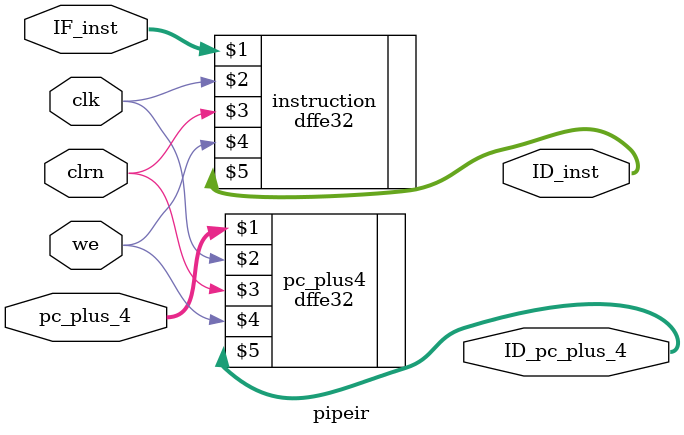
<source format=v>
module pipeir(pc_plus_4, IF_inst, we, clk, clrn, ID_pc_plus_4, ID_inst);
	input	[31:0]	pc_plus_4, IF_inst;
	input			we, clk, clrn;
	output	[31:0] ID_pc_plus_4, ID_inst;

	dffe32 	pc_plus4(pc_plus_4, clk, clrn, we, ID_pc_plus_4);
	dffe32 instruction(IF_inst, clk, clrn, we, ID_inst);
endmodule

</source>
